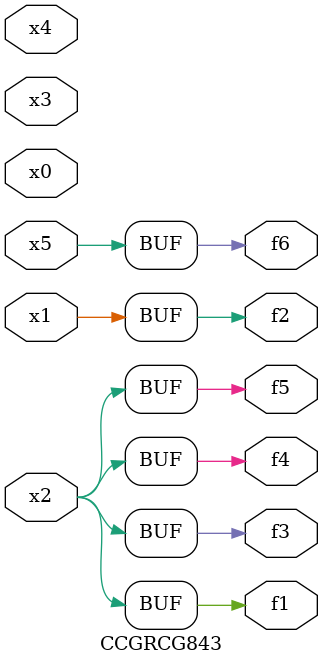
<source format=v>
module CCGRCG843(
	input x0, x1, x2, x3, x4, x5,
	output f1, f2, f3, f4, f5, f6
);
	assign f1 = x2;
	assign f2 = x1;
	assign f3 = x2;
	assign f4 = x2;
	assign f5 = x2;
	assign f6 = x5;
endmodule

</source>
